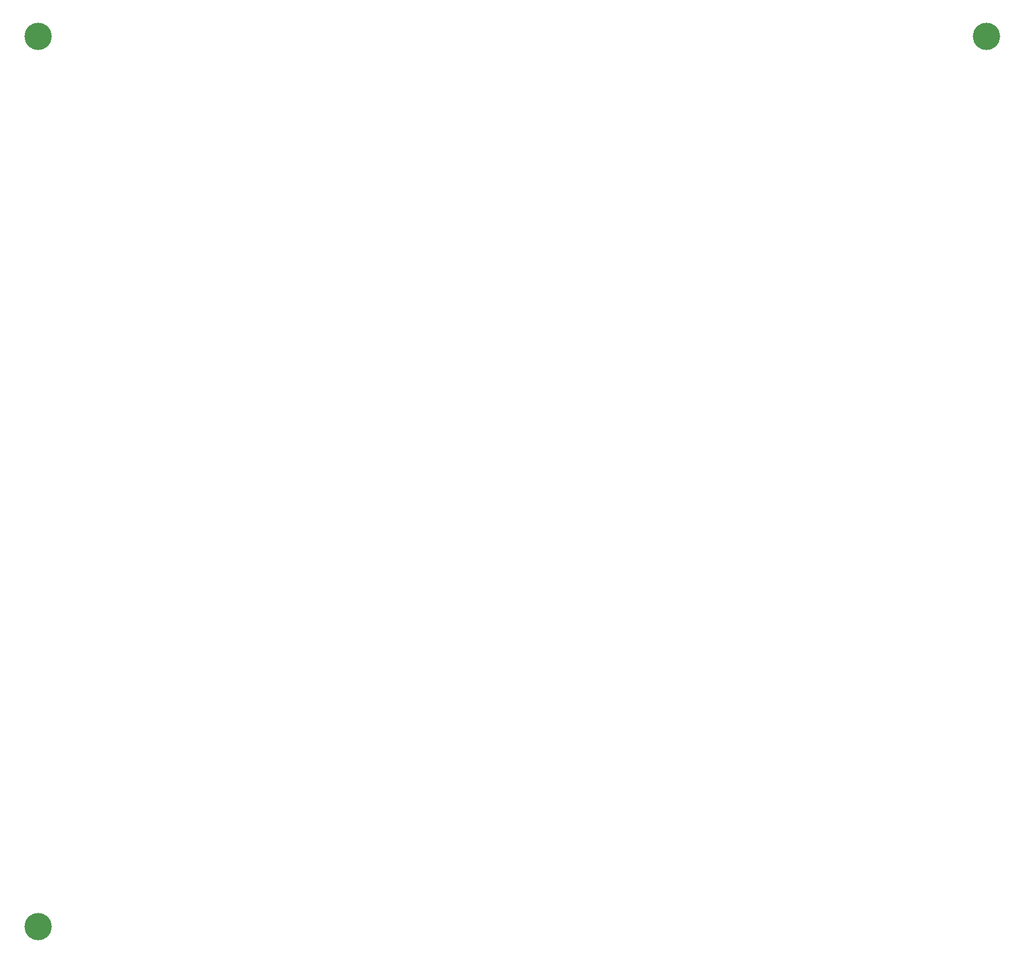
<source format=gbr>
%TF.GenerationSoftware,KiCad,Pcbnew,7.0.7-7.0.7~ubuntu20.04.1*%
%TF.CreationDate,2023-08-14T16:59:11-04:00*%
%TF.ProjectId,bno085-debug-board-panel,626e6f30-3835-42d6-9465-6275672d626f,rev?*%
%TF.SameCoordinates,Original*%
%TF.FileFunction,Paste,Bot*%
%TF.FilePolarity,Positive*%
%FSLAX46Y46*%
G04 Gerber Fmt 4.6, Leading zero omitted, Abs format (unit mm)*
G04 Created by KiCad (PCBNEW 7.0.7-7.0.7~ubuntu20.04.1) date 2023-08-14 16:59:11*
%MOMM*%
%LPD*%
G01*
G04 APERTURE LIST*
%ADD10C,4.000000*%
G04 APERTURE END LIST*
D10*
%TO.C,REF\u002A\u002A*%
X2500000Y-2500000D03*
%TD*%
%TO.C,REF\u002A\u002A*%
X2500000Y-133000000D03*
%TD*%
%TO.C,REF\u002A\u002A*%
X141500000Y-2500000D03*
%TD*%
M02*

</source>
